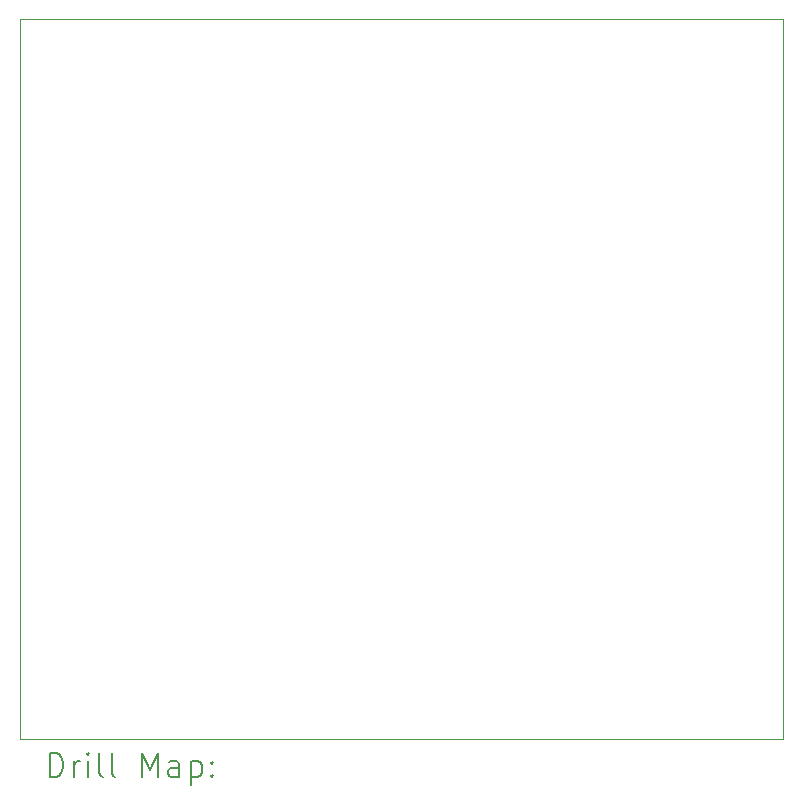
<source format=gbr>
%TF.GenerationSoftware,KiCad,Pcbnew,7.0.11+1*%
%TF.CreationDate,2024-06-02T11:35:41+02:00*%
%TF.ProjectId,prg_pcb,7072675f-7063-4622-9e6b-696361645f70,rev?*%
%TF.SameCoordinates,Original*%
%TF.FileFunction,Drillmap*%
%TF.FilePolarity,Positive*%
%FSLAX45Y45*%
G04 Gerber Fmt 4.5, Leading zero omitted, Abs format (unit mm)*
G04 Created by KiCad (PCBNEW 7.0.11+1) date 2024-06-02 11:35:41*
%MOMM*%
%LPD*%
G01*
G04 APERTURE LIST*
%ADD10C,0.100000*%
%ADD11C,0.200000*%
G04 APERTURE END LIST*
D10*
X7620000Y-7620000D02*
X14084300Y-7620000D01*
X14084300Y-13716000D01*
X7620000Y-13716000D01*
X7620000Y-7620000D01*
D11*
X7875777Y-14032484D02*
X7875777Y-13832484D01*
X7875777Y-13832484D02*
X7923396Y-13832484D01*
X7923396Y-13832484D02*
X7951967Y-13842008D01*
X7951967Y-13842008D02*
X7971015Y-13861055D01*
X7971015Y-13861055D02*
X7980539Y-13880103D01*
X7980539Y-13880103D02*
X7990062Y-13918198D01*
X7990062Y-13918198D02*
X7990062Y-13946769D01*
X7990062Y-13946769D02*
X7980539Y-13984865D01*
X7980539Y-13984865D02*
X7971015Y-14003912D01*
X7971015Y-14003912D02*
X7951967Y-14022960D01*
X7951967Y-14022960D02*
X7923396Y-14032484D01*
X7923396Y-14032484D02*
X7875777Y-14032484D01*
X8075777Y-14032484D02*
X8075777Y-13899150D01*
X8075777Y-13937246D02*
X8085301Y-13918198D01*
X8085301Y-13918198D02*
X8094824Y-13908674D01*
X8094824Y-13908674D02*
X8113872Y-13899150D01*
X8113872Y-13899150D02*
X8132920Y-13899150D01*
X8199586Y-14032484D02*
X8199586Y-13899150D01*
X8199586Y-13832484D02*
X8190062Y-13842008D01*
X8190062Y-13842008D02*
X8199586Y-13851531D01*
X8199586Y-13851531D02*
X8209110Y-13842008D01*
X8209110Y-13842008D02*
X8199586Y-13832484D01*
X8199586Y-13832484D02*
X8199586Y-13851531D01*
X8323396Y-14032484D02*
X8304348Y-14022960D01*
X8304348Y-14022960D02*
X8294824Y-14003912D01*
X8294824Y-14003912D02*
X8294824Y-13832484D01*
X8428158Y-14032484D02*
X8409110Y-14022960D01*
X8409110Y-14022960D02*
X8399586Y-14003912D01*
X8399586Y-14003912D02*
X8399586Y-13832484D01*
X8656729Y-14032484D02*
X8656729Y-13832484D01*
X8656729Y-13832484D02*
X8723396Y-13975341D01*
X8723396Y-13975341D02*
X8790063Y-13832484D01*
X8790063Y-13832484D02*
X8790063Y-14032484D01*
X8971015Y-14032484D02*
X8971015Y-13927722D01*
X8971015Y-13927722D02*
X8961491Y-13908674D01*
X8961491Y-13908674D02*
X8942444Y-13899150D01*
X8942444Y-13899150D02*
X8904348Y-13899150D01*
X8904348Y-13899150D02*
X8885301Y-13908674D01*
X8971015Y-14022960D02*
X8951967Y-14032484D01*
X8951967Y-14032484D02*
X8904348Y-14032484D01*
X8904348Y-14032484D02*
X8885301Y-14022960D01*
X8885301Y-14022960D02*
X8875777Y-14003912D01*
X8875777Y-14003912D02*
X8875777Y-13984865D01*
X8875777Y-13984865D02*
X8885301Y-13965817D01*
X8885301Y-13965817D02*
X8904348Y-13956293D01*
X8904348Y-13956293D02*
X8951967Y-13956293D01*
X8951967Y-13956293D02*
X8971015Y-13946769D01*
X9066253Y-13899150D02*
X9066253Y-14099150D01*
X9066253Y-13908674D02*
X9085301Y-13899150D01*
X9085301Y-13899150D02*
X9123396Y-13899150D01*
X9123396Y-13899150D02*
X9142444Y-13908674D01*
X9142444Y-13908674D02*
X9151967Y-13918198D01*
X9151967Y-13918198D02*
X9161491Y-13937246D01*
X9161491Y-13937246D02*
X9161491Y-13994388D01*
X9161491Y-13994388D02*
X9151967Y-14013436D01*
X9151967Y-14013436D02*
X9142444Y-14022960D01*
X9142444Y-14022960D02*
X9123396Y-14032484D01*
X9123396Y-14032484D02*
X9085301Y-14032484D01*
X9085301Y-14032484D02*
X9066253Y-14022960D01*
X9247205Y-14013436D02*
X9256729Y-14022960D01*
X9256729Y-14022960D02*
X9247205Y-14032484D01*
X9247205Y-14032484D02*
X9237682Y-14022960D01*
X9237682Y-14022960D02*
X9247205Y-14013436D01*
X9247205Y-14013436D02*
X9247205Y-14032484D01*
X9247205Y-13908674D02*
X9256729Y-13918198D01*
X9256729Y-13918198D02*
X9247205Y-13927722D01*
X9247205Y-13927722D02*
X9237682Y-13918198D01*
X9237682Y-13918198D02*
X9247205Y-13908674D01*
X9247205Y-13908674D02*
X9247205Y-13927722D01*
M02*

</source>
